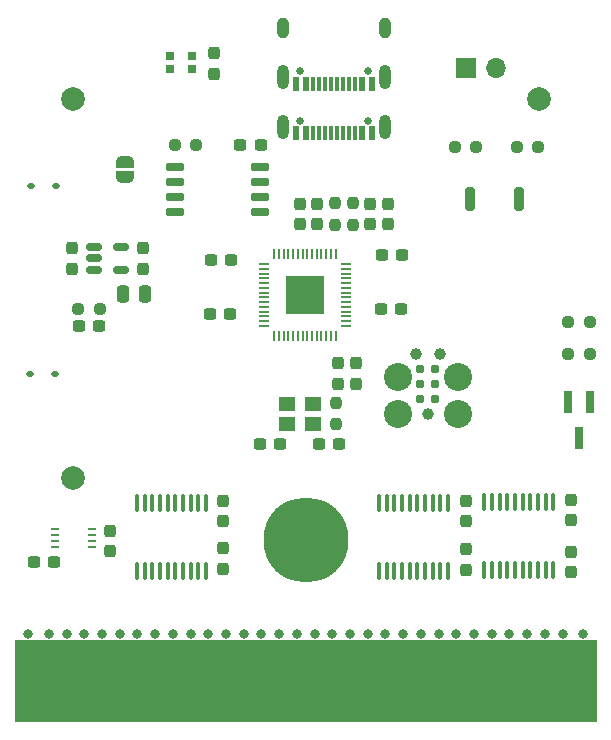
<source format=gts>
G04 #@! TF.GenerationSoftware,KiCad,Pcbnew,9.0.5*
G04 #@! TF.CreationDate,2025-10-24T15:50:47+02:00*
G04 #@! TF.ProjectId,GameboyCartridgeV1.1,47616d65-626f-4794-9361-727472696467,rev?*
G04 #@! TF.SameCoordinates,Original*
G04 #@! TF.FileFunction,Soldermask,Top*
G04 #@! TF.FilePolarity,Negative*
%FSLAX46Y46*%
G04 Gerber Fmt 4.6, Leading zero omitted, Abs format (unit mm)*
G04 Created by KiCad (PCBNEW 9.0.5) date 2025-10-24 15:50:47*
%MOMM*%
%LPD*%
G01*
G04 APERTURE LIST*
G04 Aperture macros list*
%AMRoundRect*
0 Rectangle with rounded corners*
0 $1 Rounding radius*
0 $2 $3 $4 $5 $6 $7 $8 $9 X,Y pos of 4 corners*
0 Add a 4 corners polygon primitive as box body*
4,1,4,$2,$3,$4,$5,$6,$7,$8,$9,$2,$3,0*
0 Add four circle primitives for the rounded corners*
1,1,$1+$1,$2,$3*
1,1,$1+$1,$4,$5*
1,1,$1+$1,$6,$7*
1,1,$1+$1,$8,$9*
0 Add four rect primitives between the rounded corners*
20,1,$1+$1,$2,$3,$4,$5,0*
20,1,$1+$1,$4,$5,$6,$7,0*
20,1,$1+$1,$6,$7,$8,$9,0*
20,1,$1+$1,$8,$9,$2,$3,0*%
%AMFreePoly0*
4,1,23,0.500000,-0.750000,0.000000,-0.750000,0.000000,-0.745722,-0.065263,-0.745722,-0.191342,-0.711940,-0.304381,-0.646677,-0.396677,-0.554381,-0.461940,-0.441342,-0.495722,-0.315263,-0.495722,-0.250000,-0.500000,-0.250000,-0.500000,0.250000,-0.495722,0.250000,-0.495722,0.315263,-0.461940,0.441342,-0.396677,0.554381,-0.304381,0.646677,-0.191342,0.711940,-0.065263,0.745722,0.000000,0.745722,
0.000000,0.750000,0.500000,0.750000,0.500000,-0.750000,0.500000,-0.750000,$1*%
%AMFreePoly1*
4,1,23,0.000000,0.745722,0.065263,0.745722,0.191342,0.711940,0.304381,0.646677,0.396677,0.554381,0.461940,0.441342,0.495722,0.315263,0.495722,0.250000,0.500000,0.250000,0.500000,-0.250000,0.495722,-0.250000,0.495722,-0.315263,0.461940,-0.441342,0.396677,-0.554381,0.304381,-0.646677,0.191342,-0.711940,0.065263,-0.745722,0.000000,-0.745722,0.000000,-0.750000,-0.500000,-0.750000,
-0.500000,0.750000,0.000000,0.750000,0.000000,0.745722,0.000000,0.745722,$1*%
G04 Aperture macros list end*
%ADD10C,0.000000*%
%ADD11RoundRect,0.237500X-0.300000X-0.237500X0.300000X-0.237500X0.300000X0.237500X-0.300000X0.237500X0*%
%ADD12C,0.650000*%
%ADD13R,0.600000X1.150000*%
%ADD14R,0.300000X1.150000*%
%ADD15O,1.000000X2.100000*%
%ADD16O,1.000000X1.800000*%
%ADD17RoundRect,0.200000X-0.200000X-0.800000X0.200000X-0.800000X0.200000X0.800000X-0.200000X0.800000X0*%
%ADD18RoundRect,0.237500X-0.237500X0.300000X-0.237500X-0.300000X0.237500X-0.300000X0.237500X0.300000X0*%
%ADD19RoundRect,0.237500X0.237500X-0.250000X0.237500X0.250000X-0.237500X0.250000X-0.237500X-0.250000X0*%
%ADD20RoundRect,0.237500X-0.237500X0.250000X-0.237500X-0.250000X0.237500X-0.250000X0.237500X0.250000X0*%
%ADD21C,0.800000*%
%ADD22RoundRect,0.237500X0.300000X0.237500X-0.300000X0.237500X-0.300000X-0.237500X0.300000X-0.237500X0*%
%ADD23RoundRect,0.237500X0.250000X0.237500X-0.250000X0.237500X-0.250000X-0.237500X0.250000X-0.237500X0*%
%ADD24C,2.374900*%
%ADD25C,0.990600*%
%ADD26C,0.787400*%
%ADD27C,2.000000*%
%ADD28RoundRect,0.150000X-0.512500X-0.150000X0.512500X-0.150000X0.512500X0.150000X-0.512500X0.150000X0*%
%ADD29RoundRect,0.237500X0.237500X-0.300000X0.237500X0.300000X-0.237500X0.300000X-0.237500X-0.300000X0*%
%ADD30C,7.200000*%
%ADD31RoundRect,0.237500X-0.250000X-0.237500X0.250000X-0.237500X0.250000X0.237500X-0.250000X0.237500X0*%
%ADD32RoundRect,0.050000X-0.387500X-0.050000X0.387500X-0.050000X0.387500X0.050000X-0.387500X0.050000X0*%
%ADD33RoundRect,0.050000X-0.050000X-0.387500X0.050000X-0.387500X0.050000X0.387500X-0.050000X0.387500X0*%
%ADD34R,3.200000X3.200000*%
%ADD35R,1.700000X1.700000*%
%ADD36O,1.700000X1.700000*%
%ADD37R,1.400000X1.200000*%
%ADD38R,0.700000X0.700000*%
%ADD39RoundRect,0.100000X-0.100000X0.637500X-0.100000X-0.637500X0.100000X-0.637500X0.100000X0.637500X0*%
%ADD40FreePoly0,90.000000*%
%ADD41FreePoly1,90.000000*%
%ADD42RoundRect,0.150000X-0.650000X-0.150000X0.650000X-0.150000X0.650000X0.150000X-0.650000X0.150000X0*%
%ADD43RoundRect,0.112500X-0.187500X-0.112500X0.187500X-0.112500X0.187500X0.112500X-0.187500X0.112500X0*%
%ADD44RoundRect,0.250000X-0.250000X-0.475000X0.250000X-0.475000X0.250000X0.475000X-0.250000X0.475000X0*%
%ADD45R,0.800000X1.900000*%
%ADD46RoundRect,0.112500X0.187500X0.112500X-0.187500X0.112500X-0.187500X-0.112500X0.187500X-0.112500X0*%
%ADD47R,0.750000X0.250000*%
G04 APERTURE END LIST*
D10*
G36*
X136416962Y-116783715D02*
G01*
X87116962Y-116783715D01*
X87116962Y-109783715D01*
X136416962Y-109783715D01*
X136416962Y-116783715D01*
G37*
D11*
X92550000Y-83250000D03*
X94275000Y-83250000D03*
D12*
X117050000Y-61665000D03*
X117045000Y-65840000D03*
X111270000Y-61665000D03*
X111265000Y-65840000D03*
D13*
X117360000Y-62740000D03*
X117355000Y-66915000D03*
X116560000Y-62740000D03*
X116555000Y-66915000D03*
D14*
X115410000Y-62740000D03*
X115405000Y-66915000D03*
X114410000Y-62740000D03*
X114405000Y-66915000D03*
X113910000Y-62740000D03*
X113905000Y-66915000D03*
X112910000Y-62740000D03*
X112905000Y-66915000D03*
D13*
X111760000Y-62740000D03*
X111755000Y-66915000D03*
X110960000Y-62740000D03*
X110955000Y-66915000D03*
X110960000Y-62740000D03*
X110955000Y-66915000D03*
X111760000Y-62740000D03*
X111755000Y-66915000D03*
D14*
X112410000Y-62740000D03*
X112405000Y-66915000D03*
X113410000Y-62740000D03*
X113405000Y-66915000D03*
X114910000Y-62740000D03*
X114905000Y-66915000D03*
X115910000Y-62740000D03*
X115905000Y-66915000D03*
D13*
X116560000Y-62740000D03*
X116555000Y-66915000D03*
X117360000Y-62740000D03*
X117355000Y-66915000D03*
D15*
X118480000Y-62165000D03*
D16*
X118480000Y-57985000D03*
D15*
X118475000Y-66340000D03*
X109840000Y-62165000D03*
D16*
X109840000Y-57985000D03*
D15*
X109835000Y-66340000D03*
D17*
X125650000Y-72500000D03*
X129850000Y-72500000D03*
D11*
X103637500Y-82250000D03*
X105362500Y-82250000D03*
D18*
X134200000Y-97937500D03*
X134200000Y-99662500D03*
D19*
X115750000Y-74662500D03*
X115750000Y-72837500D03*
D20*
X114300000Y-89737500D03*
X114300000Y-91562500D03*
D18*
X111250000Y-72887500D03*
X111250000Y-74612500D03*
X112750000Y-72887500D03*
X112750000Y-74612500D03*
X116000000Y-86387500D03*
X116000000Y-88112500D03*
D21*
X88266962Y-109283715D03*
X90016962Y-109283715D03*
X91516962Y-109283715D03*
X93016962Y-109283715D03*
X94516962Y-109283715D03*
X96016962Y-109283715D03*
X97516962Y-109283715D03*
X99016962Y-109283715D03*
X100516962Y-109283715D03*
X102016962Y-109283715D03*
X103516962Y-109283715D03*
X105016962Y-109283715D03*
X106516962Y-109283715D03*
X108016962Y-109283715D03*
X109516962Y-109283715D03*
X111016962Y-109283715D03*
X112516962Y-109283715D03*
X114016962Y-109283715D03*
X115516962Y-109283715D03*
X117016962Y-109283715D03*
X118516962Y-109283715D03*
X120016962Y-109283715D03*
X121516962Y-109283715D03*
X123016962Y-109283715D03*
X124516962Y-109283715D03*
X126016962Y-109283715D03*
X127516962Y-109283715D03*
X129016962Y-109283715D03*
X130516962Y-109283715D03*
X132016962Y-109283715D03*
X133516962Y-109283715D03*
X135266962Y-109283715D03*
D22*
X119862500Y-81750000D03*
X118137500Y-81750000D03*
D23*
X135812500Y-85600000D03*
X133987500Y-85600000D03*
D11*
X107887500Y-93250000D03*
X109612500Y-93250000D03*
D18*
X104800000Y-98037500D03*
X104800000Y-99762500D03*
D24*
X119560000Y-90690000D03*
D25*
X122100000Y-90690000D03*
D24*
X124640000Y-90690000D03*
X119560000Y-87515000D03*
X124640000Y-87515000D03*
D25*
X121084000Y-85610000D03*
X123116000Y-85610000D03*
D26*
X122735000Y-89420000D03*
X121465000Y-89420000D03*
X122735000Y-88150000D03*
X121465000Y-88150000D03*
X122735000Y-86880000D03*
X121465000Y-86880000D03*
D27*
X92100000Y-96100000D03*
D28*
X93862500Y-76550000D03*
X93862500Y-77500000D03*
X93862500Y-78450000D03*
X96137500Y-78450000D03*
X96137500Y-76550000D03*
D11*
X112887500Y-93250000D03*
X114612500Y-93250000D03*
D29*
X134200000Y-104062500D03*
X134200000Y-102337500D03*
X95200000Y-102312500D03*
X95200000Y-100587500D03*
X104800000Y-103762500D03*
X104800000Y-102037500D03*
D30*
X111770000Y-101359673D03*
D31*
X92500000Y-81750000D03*
X94325000Y-81750000D03*
D32*
X108262500Y-78000000D03*
X108262500Y-78400000D03*
X108262500Y-78800000D03*
X108262500Y-79200000D03*
X108262500Y-79600000D03*
X108262500Y-80000000D03*
X108262500Y-80400000D03*
X108262500Y-80800000D03*
X108262500Y-81200000D03*
X108262500Y-81600000D03*
X108262500Y-82000000D03*
X108262500Y-82400000D03*
X108262500Y-82800000D03*
X108262500Y-83200000D03*
D33*
X109100000Y-84037500D03*
X109500000Y-84037500D03*
X109900000Y-84037500D03*
X110300000Y-84037500D03*
X110700000Y-84037500D03*
X111100000Y-84037500D03*
X111500000Y-84037500D03*
X111900000Y-84037500D03*
X112300000Y-84037500D03*
X112700000Y-84037500D03*
X113100000Y-84037500D03*
X113500000Y-84037500D03*
X113900000Y-84037500D03*
X114300000Y-84037500D03*
D32*
X115137500Y-83200000D03*
X115137500Y-82800000D03*
X115137500Y-82400000D03*
X115137500Y-82000000D03*
X115137500Y-81600000D03*
X115137500Y-81200000D03*
X115137500Y-80800000D03*
X115137500Y-80400000D03*
X115137500Y-80000000D03*
X115137500Y-79600000D03*
X115137500Y-79200000D03*
X115137500Y-78800000D03*
X115137500Y-78400000D03*
X115137500Y-78000000D03*
D33*
X114300000Y-77162500D03*
X113900000Y-77162500D03*
X113500000Y-77162500D03*
X113100000Y-77162500D03*
X112700000Y-77162500D03*
X112300000Y-77162500D03*
X111900000Y-77162500D03*
X111500000Y-77162500D03*
X111100000Y-77162500D03*
X110700000Y-77162500D03*
X110300000Y-77162500D03*
X109900000Y-77162500D03*
X109500000Y-77162500D03*
X109100000Y-77162500D03*
D34*
X111700000Y-80600000D03*
D11*
X103737500Y-77675000D03*
X105462500Y-77675000D03*
D27*
X92100000Y-64000000D03*
D35*
X125345000Y-61375000D03*
D36*
X127885000Y-61375000D03*
D37*
X112400000Y-89800000D03*
X110200000Y-89800000D03*
X110200000Y-91500000D03*
X112400000Y-91500000D03*
D22*
X90462500Y-103200000D03*
X88737500Y-103200000D03*
D18*
X114500000Y-86387500D03*
X114500000Y-88112500D03*
D23*
X135812500Y-82900000D03*
X133987500Y-82900000D03*
D31*
X124387500Y-68100000D03*
X126212500Y-68100000D03*
D29*
X98000000Y-78362500D03*
X98000000Y-76637500D03*
D38*
X102115000Y-61450000D03*
X102115000Y-60350000D03*
X100285000Y-60350000D03*
X100285000Y-61450000D03*
D29*
X125300000Y-103862500D03*
X125300000Y-102137500D03*
D22*
X119912500Y-77200000D03*
X118187500Y-77200000D03*
D39*
X123825000Y-98237500D03*
X123175000Y-98237500D03*
X122525000Y-98237500D03*
X121875000Y-98237500D03*
X121225000Y-98237500D03*
X120575000Y-98237500D03*
X119925000Y-98237500D03*
X119275000Y-98237500D03*
X118625000Y-98237500D03*
X117975000Y-98237500D03*
X117975000Y-103962500D03*
X118625000Y-103962500D03*
X119275000Y-103962500D03*
X119925000Y-103962500D03*
X120575000Y-103962500D03*
X121225000Y-103962500D03*
X121875000Y-103962500D03*
X122525000Y-103962500D03*
X123175000Y-103962500D03*
X123825000Y-103962500D03*
D40*
X96500000Y-70650000D03*
D41*
X96500000Y-69350000D03*
D18*
X104000000Y-60137500D03*
X104000000Y-61862500D03*
D19*
X114250000Y-74662500D03*
X114250000Y-72837500D03*
D11*
X106237500Y-67900000D03*
X107962500Y-67900000D03*
D27*
X131500000Y-64000000D03*
D18*
X125300000Y-98037500D03*
X125300000Y-99762500D03*
D42*
X100700000Y-69795000D03*
X100700000Y-71065000D03*
X100700000Y-72335000D03*
X100700000Y-73605000D03*
X107900000Y-73605000D03*
X107900000Y-72335000D03*
X107900000Y-71065000D03*
X107900000Y-69795000D03*
D31*
X129627500Y-68100000D03*
X131452500Y-68100000D03*
D39*
X103325000Y-98237500D03*
X102675000Y-98237500D03*
X102025000Y-98237500D03*
X101375000Y-98237500D03*
X100725000Y-98237500D03*
X100075000Y-98237500D03*
X99425000Y-98237500D03*
X98775000Y-98237500D03*
X98125000Y-98237500D03*
X97475000Y-98237500D03*
X97475000Y-103962500D03*
X98125000Y-103962500D03*
X98775000Y-103962500D03*
X99425000Y-103962500D03*
X100075000Y-103962500D03*
X100725000Y-103962500D03*
X101375000Y-103962500D03*
X102025000Y-103962500D03*
X102675000Y-103962500D03*
X103325000Y-103962500D03*
D29*
X92000000Y-78362500D03*
X92000000Y-76637500D03*
D39*
X132725000Y-98137500D03*
X132075000Y-98137500D03*
X131425000Y-98137500D03*
X130775000Y-98137500D03*
X130125000Y-98137500D03*
X129475000Y-98137500D03*
X128825000Y-98137500D03*
X128175000Y-98137500D03*
X127525000Y-98137500D03*
X126875000Y-98137500D03*
X126875000Y-103862500D03*
X127525000Y-103862500D03*
X128175000Y-103862500D03*
X128825000Y-103862500D03*
X129475000Y-103862500D03*
X130125000Y-103862500D03*
X130775000Y-103862500D03*
X131425000Y-103862500D03*
X132075000Y-103862500D03*
X132725000Y-103862500D03*
D43*
X88550000Y-71400000D03*
X90650000Y-71400000D03*
D44*
X96300000Y-80500000D03*
X98200000Y-80500000D03*
D45*
X135850000Y-89700000D03*
X133950000Y-89700000D03*
X134900000Y-92700000D03*
D46*
X90550000Y-87300000D03*
X88450000Y-87300000D03*
D31*
X100687500Y-67900000D03*
X102512500Y-67900000D03*
D47*
X93650000Y-101900000D03*
X93650000Y-101400000D03*
X93650000Y-100900000D03*
X93650000Y-100400000D03*
X90550000Y-100400000D03*
X90550000Y-100900000D03*
X90550000Y-101400000D03*
X90550000Y-101900000D03*
D18*
X118750000Y-72887500D03*
X118750000Y-74612500D03*
X117250000Y-72887500D03*
X117250000Y-74612500D03*
M02*

</source>
